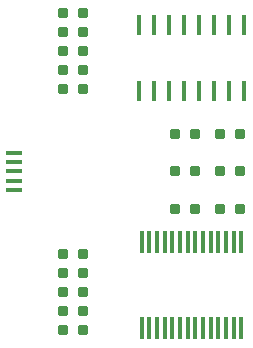
<source format=gtp>
G04 #@! TF.GenerationSoftware,KiCad,Pcbnew,7.0.1*
G04 #@! TF.CreationDate,2023-03-20T20:32:02+09:00*
G04 #@! TF.ProjectId,usbRS232C,75736252-5332-4333-9243-2e6b69636164,V1.0*
G04 #@! TF.SameCoordinates,Original*
G04 #@! TF.FileFunction,Paste,Top*
G04 #@! TF.FilePolarity,Positive*
%FSLAX46Y46*%
G04 Gerber Fmt 4.6, Leading zero omitted, Abs format (unit mm)*
G04 Created by KiCad (PCBNEW 7.0.1) date 2023-03-20 20:32:02*
%MOMM*%
%LPD*%
G01*
G04 APERTURE LIST*
G04 Aperture macros list*
%AMRoundRect*
0 Rectangle with rounded corners*
0 $1 Rounding radius*
0 $2 $3 $4 $5 $6 $7 $8 $9 X,Y pos of 4 corners*
0 Add a 4 corners polygon primitive as box body*
4,1,4,$2,$3,$4,$5,$6,$7,$8,$9,$2,$3,0*
0 Add four circle primitives for the rounded corners*
1,1,$1+$1,$2,$3*
1,1,$1+$1,$4,$5*
1,1,$1+$1,$6,$7*
1,1,$1+$1,$8,$9*
0 Add four rect primitives between the rounded corners*
20,1,$1+$1,$2,$3,$4,$5,0*
20,1,$1+$1,$4,$5,$6,$7,0*
20,1,$1+$1,$6,$7,$8,$9,0*
20,1,$1+$1,$8,$9,$2,$3,0*%
G04 Aperture macros list end*
%ADD10RoundRect,0.200000X0.250000X0.200000X-0.250000X0.200000X-0.250000X-0.200000X0.250000X-0.200000X0*%
%ADD11R,0.300000X1.900000*%
%ADD12R,1.400000X0.400000*%
%ADD13R,0.450000X1.700000*%
G04 APERTURE END LIST*
D10*
X-9150000Y8600000D03*
X-10850000Y8600000D03*
D11*
X4225000Y-6000000D03*
X3575000Y-6000000D03*
X2925000Y-6000000D03*
X2275000Y-6000000D03*
X1625000Y-6000000D03*
X975000Y-6000000D03*
X325000Y-6000000D03*
X-325000Y-6000000D03*
X-975000Y-6000000D03*
X-1625000Y-6000000D03*
X-2275000Y-6000000D03*
X-2925000Y-6000000D03*
X-3575000Y-6000000D03*
X-4225000Y-6000000D03*
X-4225000Y-13300000D03*
X-3575000Y-13300000D03*
X-2925000Y-13300000D03*
X-2275000Y-13300000D03*
X-1625000Y-13300000D03*
X-975000Y-13300000D03*
X-325000Y-13300000D03*
X325000Y-13300000D03*
X975000Y-13300000D03*
X1625000Y-13300000D03*
X2275000Y-13300000D03*
X2925000Y-13300000D03*
X3575000Y-13300000D03*
X4225000Y-13300000D03*
D10*
X-9150000Y11800000D03*
X-10850000Y11800000D03*
X4150000Y3200000D03*
X2450000Y3200000D03*
D12*
X-15000000Y1600000D03*
X-15000000Y800000D03*
X-15000000Y0D03*
X-15000000Y-800000D03*
X-15000000Y-1600000D03*
D10*
X300000Y0D03*
X-1400000Y0D03*
X-9150000Y-10200000D03*
X-10850000Y-10200000D03*
X-9150000Y-13400000D03*
X-10850000Y-13400000D03*
X-9150000Y-8600000D03*
X-10850000Y-8600000D03*
X300000Y-3200000D03*
X-1400000Y-3200000D03*
X4150000Y0D03*
X2450000Y0D03*
X-9150000Y10200000D03*
X-10850000Y10200000D03*
X-9150000Y-7000000D03*
X-10850000Y-7000000D03*
X-9150000Y13400000D03*
X-10850000Y13400000D03*
D13*
X4445000Y12425000D03*
X3175000Y12425000D03*
X1905000Y12425000D03*
X635000Y12425000D03*
X-635000Y12425000D03*
X-1905000Y12425000D03*
X-3175000Y12425000D03*
X-4445000Y12425000D03*
X-4420000Y6825000D03*
X-3150000Y6825000D03*
X-1880000Y6825000D03*
X-610000Y6825000D03*
X660000Y6825000D03*
X1930000Y6825000D03*
X3200000Y6825000D03*
X4470000Y6825000D03*
D10*
X300000Y3200000D03*
X-1400000Y3200000D03*
X4150000Y-3200000D03*
X2450000Y-3200000D03*
X-9150000Y-11800000D03*
X-10850000Y-11800000D03*
X-9150000Y7000000D03*
X-10850000Y7000000D03*
M02*

</source>
